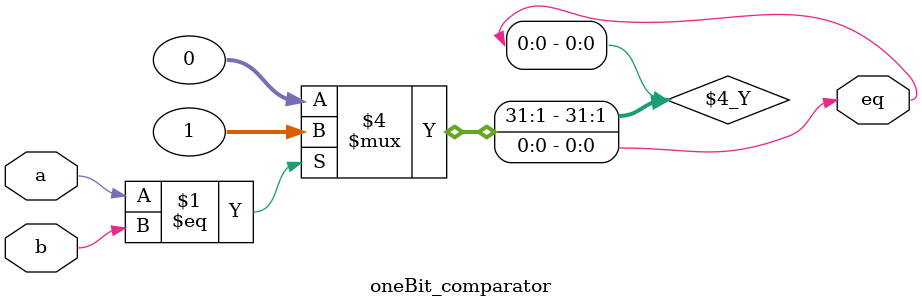
<source format=v>
`timescale 1ns / 1ps


module comp_tb();

reg [7:0]a,b;
wire eq;

comparator comp (.a(a), .b(b), .eq(eq));

initial
begin
    a = 8'b01101111;
    b = 8'b01101100;
    #10;
    a = 8'b01101111;
    b = 8'b01101111;
    #10;
    a = 8'bxxxxxxxx;
    b = 8'bxxxxxxxx;
    #10;
    $finish;
end

endmodule


module comparator #(parameter LENGTH = 8)(a,b,eq);

    input [LENGTH-1:0] a;
    input [LENGTH-1:0] b;
    output wire eq;
    
    wire [LENGTH-1:0] local_eq;
     
    genvar i;
    generate
        for(i=0; i<LENGTH; i=i+1) begin:comp
            oneBit_comparator comp_inst (.a(a[i]), .b(b[i]), .eq(local_eq[i]));    
        end:comp
    endgenerate
    
    assign eq = &local_eq;
    
endmodule

module oneBit_comparator(input a, input b, output wire eq);

assign eq = (a==b) ? 1 : (a===b) ? 0 : 0;

endmodule

</source>
